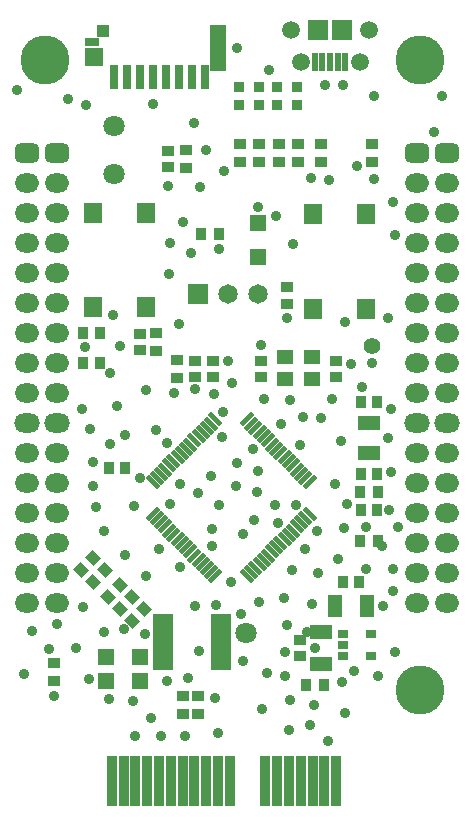
<source format=gts>
G04*
G04 #@! TF.GenerationSoftware,Altium Limited,CircuitStudio,1.5.1 (13)*
G04*
G04 Layer_Color=20142*
%FSLAX24Y24*%
%MOIN*%
G70*
G01*
G75*
%ADD52R,0.0335X0.1713*%
G04:AMPARAMS|DCode=53|XSize=17.7mil|YSize=57.1mil|CornerRadius=0mil|HoleSize=0mil|Usage=FLASHONLY|Rotation=315.000|XOffset=0mil|YOffset=0mil|HoleType=Round|Shape=Round|*
%AMOVALD53*
21,1,0.0394,0.0177,0.0000,0.0000,45.0*
1,1,0.0177,-0.0139,-0.0139*
1,1,0.0177,0.0139,0.0139*
%
%ADD53OVALD53*%

G04:AMPARAMS|DCode=54|XSize=17.7mil|YSize=57.1mil|CornerRadius=0mil|HoleSize=0mil|Usage=FLASHONLY|Rotation=225.000|XOffset=0mil|YOffset=0mil|HoleType=Round|Shape=Round|*
%AMOVALD54*
21,1,0.0394,0.0177,0.0000,0.0000,315.0*
1,1,0.0177,-0.0139,0.0139*
1,1,0.0177,0.0139,-0.0139*
%
%ADD54OVALD54*%

%ADD55R,0.0413X0.0374*%
G04:AMPARAMS|DCode=56|XSize=41.3mil|YSize=37.4mil|CornerRadius=0mil|HoleSize=0mil|Usage=FLASHONLY|Rotation=135.000|XOffset=0mil|YOffset=0mil|HoleType=Round|Shape=Rectangle|*
%AMROTATEDRECTD56*
4,1,4,0.0278,-0.0014,0.0014,-0.0278,-0.0278,0.0014,-0.0014,0.0278,0.0278,-0.0014,0.0*
%
%ADD56ROTATEDRECTD56*%

%ADD57R,0.0374X0.0413*%
%ADD58R,0.0728X0.0492*%
%ADD59R,0.0492X0.0728*%
%ADD60R,0.0374X0.0374*%
%ADD61R,0.0551X0.0539*%
%ADD62R,0.0539X0.0551*%
%ADD63R,0.0650X0.1870*%
%ADD64R,0.0413X0.0335*%
%ADD65R,0.0433X0.0394*%
%ADD66R,0.0453X0.0295*%
%ADD67R,0.0630X0.0610*%
%ADD68R,0.0532X0.1551*%
%ADD69R,0.0295X0.0846*%
%ADD70R,0.0217X0.0591*%
%ADD71R,0.0650X0.0669*%
%ADD72R,0.0335X0.0413*%
G04:AMPARAMS|DCode=73|XSize=41.3mil|YSize=33.5mil|CornerRadius=0mil|HoleSize=0mil|Usage=FLASHONLY|Rotation=135.000|XOffset=0mil|YOffset=0mil|HoleType=Round|Shape=Rectangle|*
%AMROTATEDRECTD73*
4,1,4,0.0264,-0.0028,0.0028,-0.0264,-0.0264,0.0028,-0.0028,0.0264,0.0264,-0.0028,0.0*
%
%ADD73ROTATEDRECTD73*%

%ADD74R,0.0610X0.0689*%
%ADD75R,0.0374X0.0276*%
%ADD76R,0.0571X0.0472*%
%ADD77R,0.0768X0.0453*%
%ADD78R,0.0650X0.0650*%
%ADD79C,0.0650*%
%ADD80C,0.0589*%
%ADD81C,0.0709*%
G04:AMPARAMS|DCode=82|XSize=80.9mil|YSize=63.9mil|CornerRadius=17.5mil|HoleSize=0mil|Usage=FLASHONLY|Rotation=0.000|XOffset=0mil|YOffset=0mil|HoleType=Round|Shape=RoundedRectangle|*
%AMROUNDEDRECTD82*
21,1,0.0809,0.0290,0,0,0.0*
21,1,0.0460,0.0639,0,0,0.0*
1,1,0.0349,0.0230,-0.0145*
1,1,0.0349,-0.0230,-0.0145*
1,1,0.0349,-0.0230,0.0145*
1,1,0.0349,0.0230,0.0145*
%
%ADD82ROUNDEDRECTD82*%
%ADD83O,0.0809X0.0639*%
%ADD84O,0.0859X0.0639*%
%ADD85C,0.1634*%
%ADD86C,0.0359*%
%ADD87C,0.0559*%
D52*
X32503Y16278D02*
D03*
X32109D02*
D03*
X31716D02*
D03*
X31322D02*
D03*
X30928D02*
D03*
X30535D02*
D03*
X30141D02*
D03*
X25023D02*
D03*
X25417D02*
D03*
X25810D02*
D03*
X26204D02*
D03*
X26598D02*
D03*
X26991D02*
D03*
X27385D02*
D03*
X27779D02*
D03*
X28172D02*
D03*
X28566D02*
D03*
X28960D02*
D03*
D53*
X31617Y26229D02*
D03*
X31478Y26368D02*
D03*
X31338Y26507D02*
D03*
X31199Y26647D02*
D03*
X31060Y26786D02*
D03*
X30921Y26925D02*
D03*
X30782Y27064D02*
D03*
X30642Y27203D02*
D03*
X30503Y27342D02*
D03*
X30364Y27482D02*
D03*
X30225Y27621D02*
D03*
X30086Y27760D02*
D03*
X29947Y27899D02*
D03*
X29807Y28038D02*
D03*
X29668Y28178D02*
D03*
X29529Y28317D02*
D03*
X26383Y25171D02*
D03*
X26522Y25032D02*
D03*
X26662Y24893D02*
D03*
X26801Y24753D02*
D03*
X26940Y24614D02*
D03*
X27079Y24475D02*
D03*
X27218Y24336D02*
D03*
X27358Y24197D02*
D03*
X27497Y24058D02*
D03*
X27636Y23918D02*
D03*
X27775Y23779D02*
D03*
X27914Y23640D02*
D03*
X28053Y23501D02*
D03*
X28193Y23362D02*
D03*
X28332Y23222D02*
D03*
X28471Y23083D02*
D03*
D54*
Y28317D02*
D03*
X28332Y28178D02*
D03*
X28193Y28038D02*
D03*
X28053Y27899D02*
D03*
X27914Y27760D02*
D03*
X27775Y27621D02*
D03*
X27636Y27482D02*
D03*
X27497Y27342D02*
D03*
X27358Y27203D02*
D03*
X27218Y27064D02*
D03*
X27079Y26925D02*
D03*
X26940Y26786D02*
D03*
X26801Y26647D02*
D03*
X26662Y26507D02*
D03*
X26522Y26368D02*
D03*
X26383Y26229D02*
D03*
X29529Y23083D02*
D03*
X29668Y23222D02*
D03*
X29807Y23362D02*
D03*
X29947Y23501D02*
D03*
X30086Y23640D02*
D03*
X30225Y23779D02*
D03*
X30364Y23918D02*
D03*
X30503Y24058D02*
D03*
X30642Y24197D02*
D03*
X30782Y24336D02*
D03*
X30921Y24475D02*
D03*
X31060Y24614D02*
D03*
X31199Y24753D02*
D03*
X31338Y24893D02*
D03*
X31478Y25032D02*
D03*
X31617Y25171D02*
D03*
D55*
X26900Y36724D02*
D03*
Y37276D02*
D03*
X25950Y31176D02*
D03*
Y30624D02*
D03*
X30000Y30276D02*
D03*
Y29724D02*
D03*
X32500Y29724D02*
D03*
Y30276D02*
D03*
X27800Y29724D02*
D03*
Y30276D02*
D03*
X28400Y29724D02*
D03*
Y30276D02*
D03*
X31300Y20976D02*
D03*
Y20424D02*
D03*
D56*
X25705Y21605D02*
D03*
X26095Y21995D02*
D03*
D57*
X24924Y26700D02*
D03*
X25476D02*
D03*
X33876Y28900D02*
D03*
X33324D02*
D03*
X33876Y26500D02*
D03*
X33324Y26500D02*
D03*
X32724Y22900D02*
D03*
X33276D02*
D03*
X33876Y25300D02*
D03*
X33324D02*
D03*
D58*
X32000Y20169D02*
D03*
Y21231D02*
D03*
D59*
X33531Y22100D02*
D03*
X32469D02*
D03*
D60*
X29271Y39395D02*
D03*
Y38805D02*
D03*
X29914Y39395D02*
D03*
Y38805D02*
D03*
X30537D02*
D03*
Y39395D02*
D03*
X31200Y38805D02*
D03*
Y39395D02*
D03*
D61*
X24829Y19600D02*
D03*
X25971D02*
D03*
X24829Y20400D02*
D03*
X25971D02*
D03*
D62*
X29900Y34871D02*
D03*
Y33729D02*
D03*
D63*
X26735Y20900D02*
D03*
X28665D02*
D03*
D64*
X27200Y29705D02*
D03*
Y30295D02*
D03*
X29300Y36905D02*
D03*
Y37495D02*
D03*
X27500Y36705D02*
D03*
Y37295D02*
D03*
X29943Y36905D02*
D03*
Y37495D02*
D03*
X30586Y36905D02*
D03*
Y37495D02*
D03*
X31229Y36905D02*
D03*
Y37495D02*
D03*
X26500Y31195D02*
D03*
Y30605D02*
D03*
X30850Y32745D02*
D03*
Y32155D02*
D03*
X27400Y18505D02*
D03*
Y19095D02*
D03*
X27900Y18505D02*
D03*
Y19095D02*
D03*
X33700Y37495D02*
D03*
Y36905D02*
D03*
X23100Y19605D02*
D03*
Y20195D02*
D03*
X32000Y37495D02*
D03*
Y36905D02*
D03*
D65*
X24720Y41277D02*
D03*
D66*
X24356Y40893D02*
D03*
D67*
X24444Y40401D02*
D03*
D68*
X28568Y40698D02*
D03*
D69*
X25084Y39722D02*
D03*
X25517D02*
D03*
X25950D02*
D03*
X26383D02*
D03*
X28116D02*
D03*
X27683D02*
D03*
X27250D02*
D03*
X26817D02*
D03*
D70*
X32812Y40237D02*
D03*
X32556D02*
D03*
X32300D02*
D03*
X32044D02*
D03*
X31788D02*
D03*
D71*
X32694Y41300D02*
D03*
X31906D02*
D03*
D72*
X24055Y31200D02*
D03*
X24645D02*
D03*
X24055Y30200D02*
D03*
X24645D02*
D03*
X28595Y34500D02*
D03*
X28005D02*
D03*
X31505Y19450D02*
D03*
X32095D02*
D03*
X33895Y25900D02*
D03*
X33305D02*
D03*
X33895Y24250D02*
D03*
X33305D02*
D03*
D73*
X24891Y22391D02*
D03*
X25309Y22809D02*
D03*
X23991Y23291D02*
D03*
X24409Y23709D02*
D03*
X25291Y21991D02*
D03*
X25709Y22409D02*
D03*
X24391Y22891D02*
D03*
X24809Y23309D02*
D03*
D74*
X24400Y32050D02*
D03*
X26172Y35200D02*
D03*
Y32050D02*
D03*
X24400Y35200D02*
D03*
X33500Y35150D02*
D03*
X31728Y32000D02*
D03*
Y35150D02*
D03*
X33500Y32000D02*
D03*
D75*
X33672Y21174D02*
D03*
Y20426D02*
D03*
X32728D02*
D03*
Y21174D02*
D03*
Y20800D02*
D03*
D76*
X30800Y30400D02*
D03*
Y29672D02*
D03*
X31706Y30400D02*
D03*
Y29672D02*
D03*
D77*
X33600Y27208D02*
D03*
Y28192D02*
D03*
D78*
X27900Y32500D02*
D03*
D79*
X28900D02*
D03*
X29900D02*
D03*
D80*
X33284Y40237D02*
D03*
X31316D02*
D03*
X33609Y41300D02*
D03*
X30991D02*
D03*
D81*
X25100Y36500D02*
D03*
Y38100D02*
D03*
X29500Y21200D02*
D03*
D82*
X23200Y37200D02*
D03*
X22200D02*
D03*
X35200D02*
D03*
X36200D02*
D03*
D83*
X23200Y36200D02*
D03*
Y35200D02*
D03*
Y34200D02*
D03*
Y33200D02*
D03*
Y32200D02*
D03*
Y31200D02*
D03*
Y30200D02*
D03*
Y29200D02*
D03*
Y27200D02*
D03*
Y26200D02*
D03*
Y25200D02*
D03*
Y24200D02*
D03*
Y23200D02*
D03*
Y22200D02*
D03*
X22200D02*
D03*
Y23200D02*
D03*
Y24200D02*
D03*
Y25200D02*
D03*
Y26200D02*
D03*
Y27200D02*
D03*
Y29200D02*
D03*
Y30200D02*
D03*
Y31200D02*
D03*
Y32200D02*
D03*
Y33200D02*
D03*
Y34200D02*
D03*
Y35200D02*
D03*
Y36200D02*
D03*
X35200D02*
D03*
Y35200D02*
D03*
Y34200D02*
D03*
Y33200D02*
D03*
Y32200D02*
D03*
Y31200D02*
D03*
Y30200D02*
D03*
Y29200D02*
D03*
Y27200D02*
D03*
Y26200D02*
D03*
Y25200D02*
D03*
Y24200D02*
D03*
Y23200D02*
D03*
Y22200D02*
D03*
X36200D02*
D03*
Y23200D02*
D03*
Y24200D02*
D03*
Y25200D02*
D03*
Y26200D02*
D03*
Y27200D02*
D03*
Y29200D02*
D03*
Y30200D02*
D03*
Y31200D02*
D03*
Y32200D02*
D03*
Y33200D02*
D03*
Y34200D02*
D03*
Y35200D02*
D03*
Y36200D02*
D03*
D84*
X23200Y28200D02*
D03*
X22200D02*
D03*
X35200D02*
D03*
X36200D02*
D03*
D85*
X35300Y19300D02*
D03*
Y40300D02*
D03*
X22800D02*
D03*
D86*
X26150Y23100D02*
D03*
X27300Y23400D02*
D03*
X29320Y21840D02*
D03*
X31150Y25480D02*
D03*
X30030Y18680D02*
D03*
X27670Y33850D02*
D03*
X28550Y17870D02*
D03*
X24950Y29850D02*
D03*
X24140Y30730D02*
D03*
X30770Y22380D02*
D03*
X23100Y19100D02*
D03*
X32718Y39450D02*
D03*
X32138D02*
D03*
X32700Y19550D02*
D03*
X23550Y39000D02*
D03*
X29202Y40698D02*
D03*
X30250Y39950D02*
D03*
X26383Y38817D02*
D03*
X28150Y37300D02*
D03*
X28595Y34005D02*
D03*
X28900Y30250D02*
D03*
X30000Y30800D02*
D03*
X31050Y34150D02*
D03*
X30850Y31700D02*
D03*
X35750Y37900D02*
D03*
X34450Y34450D02*
D03*
X27750Y38200D02*
D03*
X32250Y36300D02*
D03*
X27250Y31500D02*
D03*
X29900Y35400D02*
D03*
X30489Y35100D02*
D03*
X31650Y36350D02*
D03*
X28750Y36600D02*
D03*
X24150Y38800D02*
D03*
X26900Y36100D02*
D03*
X27400Y34900D02*
D03*
X28430Y29170D02*
D03*
X29030Y29540D02*
D03*
X33200Y36750D02*
D03*
X32656Y27606D02*
D03*
X36030Y39110D02*
D03*
X33750D02*
D03*
X25300Y30750D02*
D03*
X27800Y29320D02*
D03*
X27100Y29200D02*
D03*
X25050Y31790D02*
D03*
X26950Y34200D02*
D03*
X26920Y33170D02*
D03*
X27970Y36050D02*
D03*
X25810Y17760D02*
D03*
X25440Y21320D02*
D03*
X30940Y17960D02*
D03*
X32230Y17590D02*
D03*
X31620Y18130D02*
D03*
X33109Y19933D02*
D03*
X31750Y18810D02*
D03*
X29400Y20250D02*
D03*
X26950Y25500D02*
D03*
X27300Y26150D02*
D03*
X28730Y28560D02*
D03*
X29150Y26100D02*
D03*
X28684Y27729D02*
D03*
X28320Y26420D02*
D03*
X29200Y26850D02*
D03*
X29724Y27322D02*
D03*
X29850Y25900D02*
D03*
X30650Y28150D02*
D03*
X30100Y29000D02*
D03*
X30950Y28950D02*
D03*
X31300Y27450D02*
D03*
X31406Y28394D02*
D03*
X32000Y28350D02*
D03*
X32350Y29000D02*
D03*
X33000Y30150D02*
D03*
X34240Y27690D02*
D03*
X34340Y28650D02*
D03*
X32800Y31550D02*
D03*
X33700Y30200D02*
D03*
X33369Y29387D02*
D03*
X29900Y26600D02*
D03*
X34058Y22100D02*
D03*
X34400Y22600D02*
D03*
X34450Y20550D02*
D03*
X31800Y20700D02*
D03*
X32450Y26150D02*
D03*
X30180Y19880D02*
D03*
X32850Y25500D02*
D03*
X29750Y24950D02*
D03*
X30450Y25450D02*
D03*
X33480Y24740D02*
D03*
X32770Y24700D02*
D03*
X31850Y24600D02*
D03*
X31460Y24000D02*
D03*
X31020Y23300D02*
D03*
X30850Y21460D02*
D03*
X27810Y22090D02*
D03*
X22920Y20650D02*
D03*
X22370Y21250D02*
D03*
X24270Y19680D02*
D03*
X24070Y22050D02*
D03*
X24760Y21240D02*
D03*
X26130Y21170D02*
D03*
X25720Y18920D02*
D03*
X24920Y19010D02*
D03*
X26660Y17750D02*
D03*
X27460Y17780D02*
D03*
X28450Y19020D02*
D03*
X30550Y24850D02*
D03*
X27880Y25880D02*
D03*
X28600Y25450D02*
D03*
X28350Y24650D02*
D03*
X29401Y24501D02*
D03*
X28360Y24090D02*
D03*
X29000Y22910D02*
D03*
X26320Y18380D02*
D03*
X26500Y27950D02*
D03*
X26610Y24010D02*
D03*
X25950Y26350D02*
D03*
X25750Y25430D02*
D03*
X25450Y27800D02*
D03*
X24950Y27500D02*
D03*
X24400Y26910D02*
D03*
Y26110D02*
D03*
X25450Y23790D02*
D03*
X24500Y25400D02*
D03*
X24770Y24600D02*
D03*
X22100Y19840D02*
D03*
X23840Y20690D02*
D03*
X31530Y21222D02*
D03*
X31700Y22160D02*
D03*
X31890Y23200D02*
D03*
X34320Y26580D02*
D03*
X34240Y31700D02*
D03*
X24290Y27990D02*
D03*
X24040Y28650D02*
D03*
X26150Y29300D02*
D03*
X25200Y28750D02*
D03*
X34570Y24720D02*
D03*
X34040Y24110D02*
D03*
X33490Y23340D02*
D03*
X32570Y23660D02*
D03*
X34270Y25300D02*
D03*
X34390Y23320D02*
D03*
X34400Y35560D02*
D03*
X23180Y21510D02*
D03*
X32790Y18540D02*
D03*
X26850Y19600D02*
D03*
X27550Y19690D02*
D03*
X27930Y20600D02*
D03*
X29920Y22220D02*
D03*
X28493Y22116D02*
D03*
X30800Y20570D02*
D03*
Y19770D02*
D03*
X30950Y18970D02*
D03*
X21850Y39290D02*
D03*
X26861Y27519D02*
D03*
X33910Y19760D02*
D03*
X33750Y36330D02*
D03*
D87*
X33690Y30760D02*
D03*
M02*

</source>
